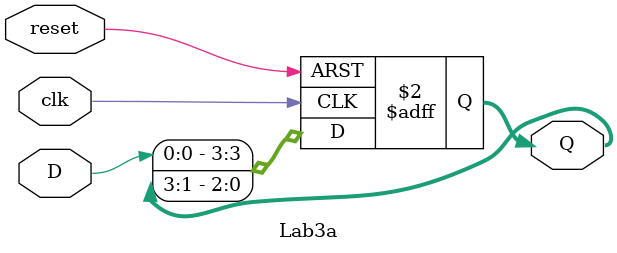
<source format=v>
`timescale 1ns / 1ps

module Lab3a(D, clk, Q, reset);

input D; 
input clk, reset;
output reg [3:0]Q;

always @(posedge clk or posedge reset)
begin
    if (reset)
    begin
        Q[3] <= 0;
        Q[2] <= 0;
        Q[1] <= 0;
        Q[0] <= 0;
    end
    else
    begin
        Q[3] <= D;
        Q[2] <= Q[3];
        Q[1] <= Q[2];
        Q[0] <= Q[1];
    end     
       
end
endmodule


</source>
